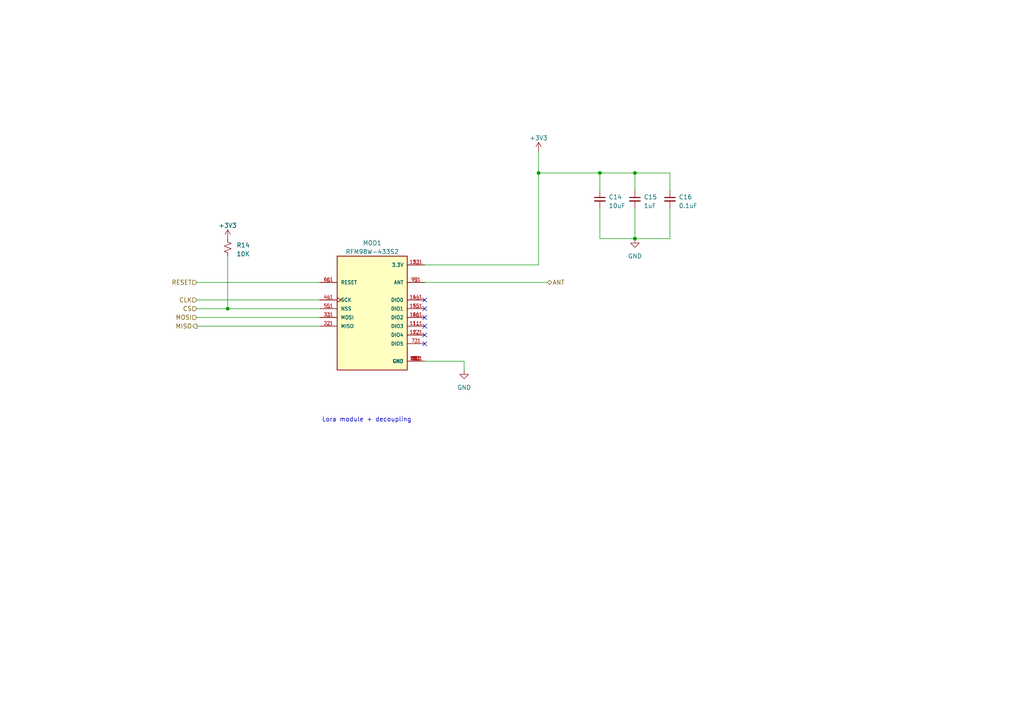
<source format=kicad_sch>
(kicad_sch (version 20210621) (generator eeschema)
  (paper "A4")
  (lib_symbols
    (symbol "Device:C_Small" (pin_numbers hide) (pin_names (offset 0.254) hide)
      (property "Reference" "C" (at 0.254 1.778 0))
      (property "Value" "C_Small" (at 0.254 -2.032 0))
      (symbol "C_Small_0_1"
        (polyline (pts (xy -1.524 -0.508) (xy 1.524 -0.508)) (stroke (width 0.3302)))
        (polyline (pts (xy -1.524 0.508) (xy 1.524 0.508)) (stroke (width 0.3048)))
      )
      (symbol "C_Small_1_1"
        (pin passive line (at 0 2.54 270) (length 2.032) (name "~") (number "1"))
        (pin passive line (at 0 -2.54 90) (length 2.032) (name "~") (number "2"))
      )
    )
    (symbol "Device:R_Small_US" (pin_numbers hide) (pin_names (offset 0.254) hide)
      (property "Reference" "R" (at 0.762 0.508 0))
      (property "Value" "R_Small_US" (at 0.762 -1.016 0))
      (symbol "R_Small_US_1_1"
        (polyline (pts (xy 0 0) (xy 1.016 -0.381) (xy 0 -0.762) (xy -1.016 -1.143) (xy 0 -1.524)))
        (polyline (pts (xy 0 1.524) (xy 1.016 1.143) (xy 0 0.762) (xy -1.016 0.381) (xy 0 0)))
        (pin passive line (at 0 2.54 270) (length 1.016) (name "~") (number "1"))
        (pin passive line (at 0 -2.54 90) (length 1.016) (name "~") (number "2"))
      )
    )
    (symbol "RFM98W-433S2:RFM98W-433S2" (pin_names (offset 1.016))
      (property "Reference" "MOD" (at -10.16 18.415 0))
      (property "Value" "RFM98W-433S2" (at -10.16 -17.78 0))
      (symbol "RFM98W-433S2_0_0"
        (rectangle (start -10.16 -15.24) (end 10.16 17.78) (stroke (width 0.254)) (fill (type background)))
        (pin power_in line (at 15.24 -12.7 180) (length 5.08) (name "GND") (number "1"))
        (pin power_in line (at 15.24 -12.7 180) (length 5.08) (name "GND") (number "10"))
        (pin power_in line (at 15.24 -12.7 180) (length 5.08) (name "GND") (number "10_1"))
        (pin bidirectional line (at 15.24 -2.54 180) (length 5.08) (name "DIO3") (number "11"))
        (pin bidirectional line (at 15.24 -2.54 180) (length 5.08) (name "DIO3") (number "11_1"))
        (pin bidirectional line (at 15.24 -5.08 180) (length 5.08) (name "DIO4") (number "12"))
        (pin bidirectional line (at 15.24 -5.08 180) (length 5.08) (name "DIO4") (number "12_1"))
        (pin power_in line (at 15.24 15.24 180) (length 5.08) (name "3.3V") (number "13"))
        (pin power_in line (at 15.24 15.24 180) (length 5.08) (name "3.3V") (number "13_1"))
        (pin bidirectional line (at 15.24 5.08 180) (length 5.08) (name "DIO0") (number "14"))
        (pin bidirectional line (at 15.24 5.08 180) (length 5.08) (name "DIO0") (number "14_1"))
        (pin bidirectional line (at 15.24 2.54 180) (length 5.08) (name "DIO1") (number "15"))
        (pin bidirectional line (at 15.24 2.54 180) (length 5.08) (name "DIO1") (number "15_1"))
        (pin bidirectional line (at 15.24 0 180) (length 5.08) (name "DIO2") (number "16"))
        (pin bidirectional line (at 15.24 0 180) (length 5.08) (name "DIO2") (number "16_1"))
        (pin power_in line (at 15.24 -12.7 180) (length 5.08) (name "GND") (number "1_1"))
        (pin output line (at -15.24 -2.54 0) (length 5.08) (name "MISO") (number "2"))
        (pin output line (at -15.24 -2.54 0) (length 5.08) (name "MISO") (number "2_1"))
        (pin input line (at -15.24 0 0) (length 5.08) (name "MOSI") (number "3"))
        (pin input line (at -15.24 0 0) (length 5.08) (name "MOSI") (number "3_1"))
        (pin input clock (at -15.24 5.08 0) (length 5.08) (name "SCK") (number "4"))
        (pin input clock (at -15.24 5.08 0) (length 5.08) (name "SCK") (number "4_1"))
        (pin input line (at -15.24 2.54 0) (length 5.08) (name "NSS") (number "5"))
        (pin input line (at -15.24 2.54 0) (length 5.08) (name "NSS") (number "5_1"))
        (pin bidirectional line (at -15.24 10.16 0) (length 5.08) (name "RESET") (number "6"))
        (pin bidirectional line (at -15.24 10.16 0) (length 5.08) (name "RESET") (number "6_1"))
        (pin bidirectional line (at 15.24 -7.62 180) (length 5.08) (name "DIO5") (number "7"))
        (pin bidirectional line (at 15.24 -7.62 180) (length 5.08) (name "DIO5") (number "7_1"))
        (pin power_in line (at 15.24 -12.7 180) (length 5.08) (name "GND") (number "8"))
        (pin power_in line (at 15.24 -12.7 180) (length 5.08) (name "GND") (number "8_1"))
        (pin bidirectional line (at 15.24 10.16 180) (length 5.08) (name "ANT") (number "9"))
        (pin bidirectional line (at 15.24 10.16 180) (length 5.08) (name "ANT") (number "9_1"))
      )
    )
    (symbol "power:+3V3" (power) (pin_names (offset 0))
      (property "Value" "+3V3" (at 0 3.556 0))
      (symbol "+3V3_0_1"
        (polyline (pts (xy -0.762 1.27) (xy 0 2.54)))
        (polyline (pts (xy 0 0) (xy 0 2.54)))
        (polyline (pts (xy 0 2.54) (xy 0.762 1.27)))
      )
      (symbol "+3V3_1_1"
        (pin power_in line (at 0 0 90) (length 0) hide (name "+3V3") (number "1"))
      )
    )
    (symbol "power:GND" (power) (pin_names (offset 0))
      (property "Value" "GND" (at 0 -3.81 0))
      (symbol "GND_0_1"
        (polyline (pts (xy 0 0) (xy 0 -1.27) (xy 1.27 -1.27) (xy 0 -2.54) (xy -1.27 -1.27) (xy 0 -1.27)))
      )
      (symbol "GND_1_1"
        (pin power_in line (at 0 0 270) (length 0) hide (name "GND") (number "1"))
      )
    )
  )
  (junction (at 66.04 89.535) (diameter 0.9144))
  (junction (at 156.21 50.165) (diameter 0.9144))
  (junction (at 173.99 50.165) (diameter 0.9144))
  (junction (at 184.15 50.165) (diameter 0.9144))
  (junction (at 184.15 69.215) (diameter 0.9144))
  (no_connect (at 123.19 86.995))
  (no_connect (at 123.19 89.535))
  (no_connect (at 123.19 92.075))
  (no_connect (at 123.19 94.615))
  (no_connect (at 123.19 97.155))
  (no_connect (at 123.19 99.695))
  (wire (pts (xy 57.15 81.915) (xy 92.71 81.915)))
  (wire (pts (xy 66.04 74.295) (xy 66.04 89.535)))
  (wire (pts (xy 66.04 89.535) (xy 57.15 89.535)))
  (wire (pts (xy 92.71 86.995) (xy 57.15 86.995)))
  (wire (pts (xy 92.71 89.535) (xy 66.04 89.535)))
  (wire (pts (xy 92.71 92.075) (xy 57.15 92.075)))
  (wire (pts (xy 92.71 94.615) (xy 57.15 94.615)))
  (wire (pts (xy 123.19 76.835) (xy 156.21 76.835)))
  (wire (pts (xy 123.19 81.915) (xy 158.75 81.915)))
  (wire (pts (xy 123.19 104.775) (xy 134.62 104.775)))
  (wire (pts (xy 134.62 104.775) (xy 134.62 107.315)))
  (wire (pts (xy 156.21 43.815) (xy 156.21 50.165)))
  (wire (pts (xy 156.21 50.165) (xy 156.21 76.835)))
  (wire (pts (xy 156.21 50.165) (xy 173.99 50.165)))
  (wire (pts (xy 173.99 50.165) (xy 184.15 50.165)))
  (wire (pts (xy 173.99 55.245) (xy 173.99 50.165)))
  (wire (pts (xy 173.99 69.215) (xy 173.99 60.325)))
  (wire (pts (xy 184.15 50.165) (xy 194.31 50.165)))
  (wire (pts (xy 184.15 55.245) (xy 184.15 50.165)))
  (wire (pts (xy 184.15 60.325) (xy 184.15 69.215)))
  (wire (pts (xy 184.15 69.215) (xy 173.99 69.215)))
  (wire (pts (xy 184.15 69.215) (xy 194.31 69.215)))
  (wire (pts (xy 194.31 55.245) (xy 194.31 50.165)))
  (wire (pts (xy 194.31 69.215) (xy 194.31 60.325)))
  (text "Lora module + decoupling" (at 119.38 122.555 180) (effects (font (size 1.27 1.27)) (justify right bottom)))
  (hierarchical_label "RESET" (shape input) (at 57.15 81.915 180))
  (hierarchical_label "CLK" (shape input) (at 57.15 86.995 180))
  (hierarchical_label "CS" (shape input) (at 57.15 89.535 180))
  (hierarchical_label "MOSI" (shape input) (at 57.15 92.075 180))
  (hierarchical_label "MISO" (shape output) (at 57.15 94.615 180))
  (hierarchical_label "ANT" (shape bidirectional) (at 158.75 81.915 0))
  (symbol (lib_id "power:+3V3") (at 66.04 69.215 0) (unit 1)
    (property "Reference" "#PWR0137" (effects hide))
    (property "Value" "+3V3" (at 66.04 65.405 0))
  )
  (symbol (lib_id "power:+3V3") (at 156.21 43.815 0) (unit 1)
    (property "Reference" "#PWR0136" (effects hide))
    (property "Value" "+3V3" (at 156.21 40.005 0))
  )
  (symbol (lib_id "power:GND") (at 134.62 107.315 0) (unit 1)
    (property "Reference" "#PWR0138" (effects hide))
    (property "Value" "GND" (at 134.62 112.395 0))
  )
  (symbol (lib_id "power:GND") (at 184.15 69.215 0) (unit 1)
    (property "Reference" "#PWR0135" (effects hide))
    (property "Value" "GND" (at 184.15 74.295 0))
  )
  (symbol (lib_id "Device:R_Small_US") (at 66.04 71.755 0) (unit 1)
    (property "Reference" "R14" (at 68.58 71.1199 0) (effects (justify left)))
    (property "Value" "10K" (at 68.58 73.6599 0) (effects (justify left)))
    (property "Footprint" "vanalles:0603RL" (effects hide))
  )
  (symbol (lib_id "Device:C_Small") (at 173.99 57.785 0) (unit 1)
    (property "Reference" "C14" (at 176.53 57.1499 0) (effects (justify left)))
    (property "Value" "10uF" (at 176.53 59.6899 0) (effects (justify left)))
    (property "Footprint" "vanalles:0603" (effects hide))
  )
  (symbol (lib_id "Device:C_Small") (at 184.15 57.785 0) (unit 1)
    (property "Reference" "C15" (at 186.69 57.1499 0) (effects (justify left)))
    (property "Value" "1uF" (at 186.69 59.6899 0) (effects (justify left)))
    (property "Footprint" "vanalles:0603" (effects hide))
  )
  (symbol (lib_id "Device:C_Small") (at 194.31 57.785 0) (unit 1)
    (property "Reference" "C16" (at 196.85 57.1499 0) (effects (justify left)))
    (property "Value" "0.1uF" (at 196.85 59.6899 0) (effects (justify left)))
    (property "Footprint" "vanalles:0603" (effects hide))
  )
  (symbol (lib_id "RFM98W-433S2:RFM98W-433S2") (at 107.95 92.075 0) (unit 1)
    (property "Reference" "MOD1" (at 107.95 70.485 0))
    (property "Value" "RFM98W-433S2" (at 107.95 73.025 0))
    (property "Footprint" "Module:XCVR_RFM98W-433S2" (effects hide))
    (property "MANUFACTURER" "Hoperf" (effects hide))
    (property "PARTREV" "N/A" (effects hide))
    (property "STANDARD" "Manufacturer Recommendations" (effects hide))
  )
)
</source>
